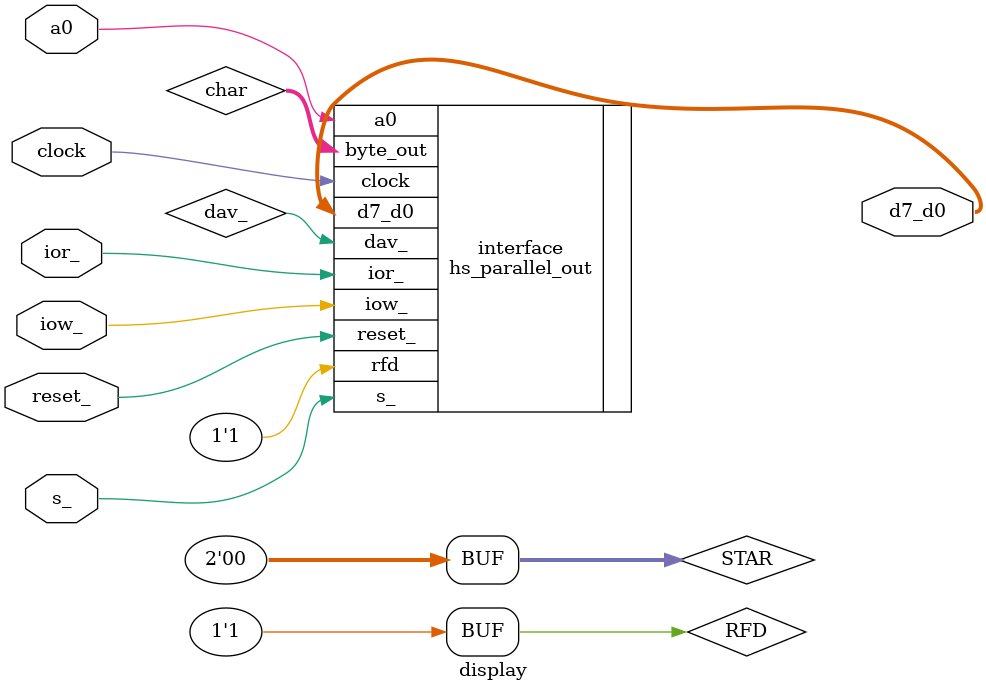
<source format=v>
module display(clock, reset_, 
							 s_, ior_, iow_, a0, d7_d0);
	
	input clock, reset_;
	input s_, ior_, iow_;
	input a0;
	output[7:0] d7_d0;

	wire dav_;
	reg RFD;
	
	wire[7:0] char;

	hs_parallel_out interface (
		.clock(clock), .reset_(reset_), 
		.s_(s_), .ior_(ior_), .iow_(iow_), .a0(a0), .dav_(dav_), 
																													 .rfd(RFD),
		.d7_d0(d7_d0), .byte_out(char)
	);
	
	reg[1:0] STAR;
	localparam
		s0 = 2'B00,
		s1 = 2'B01;

	always @(reset_ == 0) #1 begin
		RFD <= 1;
		STAR <= s0;
	end

	always @(negedge RFD) begin
		$display("%c", char);
	end

	always @(posedge clock) if(reset_ == 1) #3 begin
		casex(STAR)
			s0 : begin
				RFD <= 1;
				STAR <= (dav_ == 0) ? s1 : s0;
			end
			s1 : begin
				RFD <= 0;
				STAR <= (dav_ == 1) ? s0 : s1;
			end
		endcase
	end
endmodule

</source>
